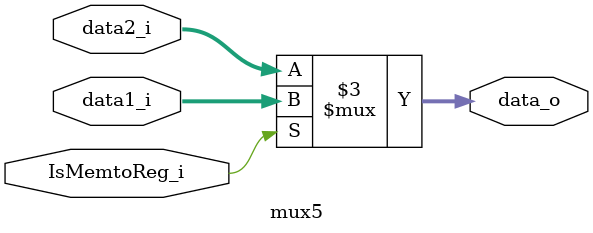
<source format=v>
module mux5(
	data1_i,//read data from memory
	data2_i,//ALU result
	IsMemtoReg_i,
	data_o
);

input	[31:0]		data1_i;
input	[31:0]		data2_i;
input				IsMemtoReg_i;
output reg [31:0]	data_o;

always@(*)begin
	if(IsMemtoReg_i)
		data_o = data1_i;
	else
		data_o = data2_i;
end

endmodule
</source>
